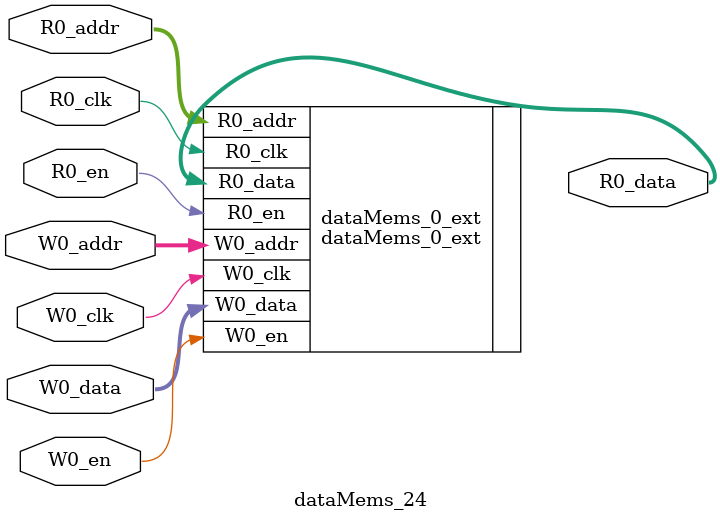
<source format=sv>
`ifndef RANDOMIZE
  `ifdef RANDOMIZE_REG_INIT
    `define RANDOMIZE
  `endif // RANDOMIZE_REG_INIT
`endif // not def RANDOMIZE
`ifndef RANDOMIZE
  `ifdef RANDOMIZE_MEM_INIT
    `define RANDOMIZE
  `endif // RANDOMIZE_MEM_INIT
`endif // not def RANDOMIZE

`ifndef RANDOM
  `define RANDOM $random
`endif // not def RANDOM

// Users can define 'PRINTF_COND' to add an extra gate to prints.
`ifndef PRINTF_COND_
  `ifdef PRINTF_COND
    `define PRINTF_COND_ (`PRINTF_COND)
  `else  // PRINTF_COND
    `define PRINTF_COND_ 1
  `endif // PRINTF_COND
`endif // not def PRINTF_COND_

// Users can define 'ASSERT_VERBOSE_COND' to add an extra gate to assert error printing.
`ifndef ASSERT_VERBOSE_COND_
  `ifdef ASSERT_VERBOSE_COND
    `define ASSERT_VERBOSE_COND_ (`ASSERT_VERBOSE_COND)
  `else  // ASSERT_VERBOSE_COND
    `define ASSERT_VERBOSE_COND_ 1
  `endif // ASSERT_VERBOSE_COND
`endif // not def ASSERT_VERBOSE_COND_

// Users can define 'STOP_COND' to add an extra gate to stop conditions.
`ifndef STOP_COND_
  `ifdef STOP_COND
    `define STOP_COND_ (`STOP_COND)
  `else  // STOP_COND
    `define STOP_COND_ 1
  `endif // STOP_COND
`endif // not def STOP_COND_

// Users can define INIT_RANDOM as general code that gets injected into the
// initializer block for modules with registers.
`ifndef INIT_RANDOM
  `define INIT_RANDOM
`endif // not def INIT_RANDOM

// If using random initialization, you can also define RANDOMIZE_DELAY to
// customize the delay used, otherwise 0.002 is used.
`ifndef RANDOMIZE_DELAY
  `define RANDOMIZE_DELAY 0.002
`endif // not def RANDOMIZE_DELAY

// Define INIT_RANDOM_PROLOG_ for use in our modules below.
`ifndef INIT_RANDOM_PROLOG_
  `ifdef RANDOMIZE
    `ifdef VERILATOR
      `define INIT_RANDOM_PROLOG_ `INIT_RANDOM
    `else  // VERILATOR
      `define INIT_RANDOM_PROLOG_ `INIT_RANDOM #`RANDOMIZE_DELAY begin end
    `endif // VERILATOR
  `else  // RANDOMIZE
    `define INIT_RANDOM_PROLOG_
  `endif // RANDOMIZE
`endif // not def INIT_RANDOM_PROLOG_

// Include register initializers in init blocks unless synthesis is set
`ifndef SYNTHESIS
  `ifndef ENABLE_INITIAL_REG_
    `define ENABLE_INITIAL_REG_
  `endif // not def ENABLE_INITIAL_REG_
`endif // not def SYNTHESIS

// Include rmemory initializers in init blocks unless synthesis is set
`ifndef SYNTHESIS
  `ifndef ENABLE_INITIAL_MEM_
    `define ENABLE_INITIAL_MEM_
  `endif // not def ENABLE_INITIAL_MEM_
`endif // not def SYNTHESIS

module dataMems_24(	// @[generators/ara/src/main/scala/UnsafeAXI4ToTL.scala:365:62]
  input  [4:0]   R0_addr,
  input          R0_en,
  input          R0_clk,
  output [130:0] R0_data,
  input  [4:0]   W0_addr,
  input          W0_en,
  input          W0_clk,
  input  [130:0] W0_data
);

  dataMems_0_ext dataMems_0_ext (	// @[generators/ara/src/main/scala/UnsafeAXI4ToTL.scala:365:62]
    .R0_addr (R0_addr),
    .R0_en   (R0_en),
    .R0_clk  (R0_clk),
    .R0_data (R0_data),
    .W0_addr (W0_addr),
    .W0_en   (W0_en),
    .W0_clk  (W0_clk),
    .W0_data (W0_data)
  );
endmodule


</source>
